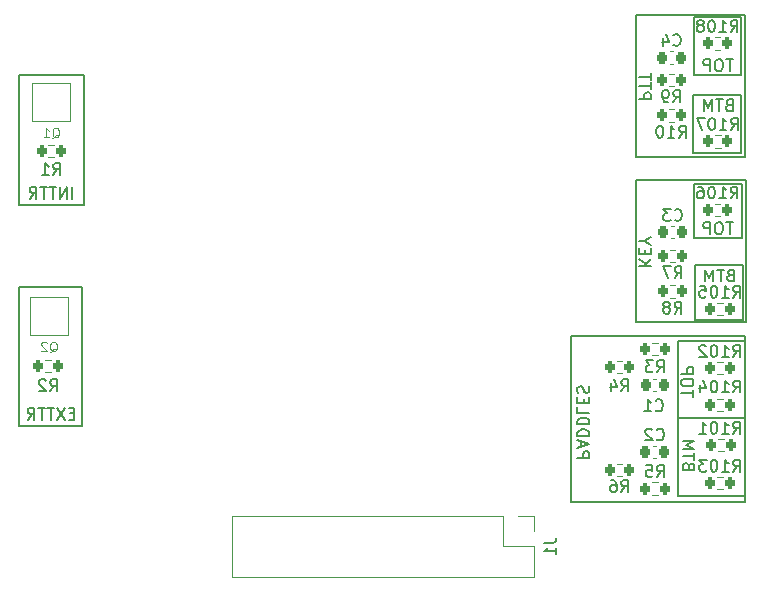
<source format=gbo>
%TF.GenerationSoftware,KiCad,Pcbnew,(6.0.1)*%
%TF.CreationDate,2022-01-27T00:37:02-06:00*%
%TF.ProjectId,Radioberry-I-O,52616469-6f62-4657-9272-792d492d4f2e,1.0*%
%TF.SameCoordinates,Original*%
%TF.FileFunction,Legend,Bot*%
%TF.FilePolarity,Positive*%
%FSLAX46Y46*%
G04 Gerber Fmt 4.6, Leading zero omitted, Abs format (unit mm)*
G04 Created by KiCad (PCBNEW (6.0.1)) date 2022-01-27 00:37:02*
%MOMM*%
%LPD*%
G01*
G04 APERTURE LIST*
G04 Aperture macros list*
%AMRoundRect*
0 Rectangle with rounded corners*
0 $1 Rounding radius*
0 $2 $3 $4 $5 $6 $7 $8 $9 X,Y pos of 4 corners*
0 Add a 4 corners polygon primitive as box body*
4,1,4,$2,$3,$4,$5,$6,$7,$8,$9,$2,$3,0*
0 Add four circle primitives for the rounded corners*
1,1,$1+$1,$2,$3*
1,1,$1+$1,$4,$5*
1,1,$1+$1,$6,$7*
1,1,$1+$1,$8,$9*
0 Add four rect primitives between the rounded corners*
20,1,$1+$1,$2,$3,$4,$5,0*
20,1,$1+$1,$4,$5,$6,$7,0*
20,1,$1+$1,$6,$7,$8,$9,0*
20,1,$1+$1,$8,$9,$2,$3,0*%
G04 Aperture macros list end*
%ADD10C,0.150000*%
%ADD11C,0.200000*%
%ADD12C,0.100000*%
%ADD13C,0.120000*%
%ADD14C,0.800000*%
%ADD15C,6.000000*%
%ADD16C,1.200000*%
%ADD17C,2.100000*%
%ADD18C,2.050000*%
%ADD19C,3.500000*%
%ADD20C,4.000000*%
%ADD21C,3.200000*%
%ADD22C,28.500000*%
%ADD23R,1.700000X1.700000*%
%ADD24O,1.700000X1.700000*%
%ADD25RoundRect,0.200000X0.200000X0.275000X-0.200000X0.275000X-0.200000X-0.275000X0.200000X-0.275000X0*%
%ADD26RoundRect,0.200000X-0.200000X-0.275000X0.200000X-0.275000X0.200000X0.275000X-0.200000X0.275000X0*%
%ADD27RoundRect,0.225000X0.225000X0.250000X-0.225000X0.250000X-0.225000X-0.250000X0.225000X-0.250000X0*%
%ADD28R,0.800000X0.900000*%
G04 APERTURE END LIST*
D10*
X122300000Y-58200000D02*
X118300000Y-58200000D01*
X118300000Y-58200000D02*
X118300000Y-63100000D01*
X118300000Y-63100000D02*
X122300000Y-63100000D01*
X122300000Y-63100000D02*
X122300000Y-58200000D01*
X122600000Y-58000000D02*
X113400000Y-58000000D01*
X113400000Y-58000000D02*
X113400000Y-70000000D01*
X113400000Y-70000000D02*
X122600000Y-70000000D01*
X122600000Y-70000000D02*
X122600000Y-58000000D01*
X122700000Y-72000000D02*
X113400000Y-72000000D01*
X113400000Y-72000000D02*
X113400000Y-84000000D01*
X113400000Y-84000000D02*
X122700000Y-84000000D01*
X122700000Y-84000000D02*
X122700000Y-72000000D01*
D11*
X122600000Y-99200000D02*
X107900000Y-99200000D01*
X107900000Y-99200000D02*
X107900000Y-85200000D01*
X107900000Y-85200000D02*
X122600000Y-85200000D01*
X122600000Y-85200000D02*
X122600000Y-99200000D01*
X61200000Y-81000000D02*
X66500000Y-81000000D01*
X66500000Y-81000000D02*
X66500000Y-92800000D01*
X66500000Y-92800000D02*
X61200000Y-92800000D01*
X61200000Y-92800000D02*
X61200000Y-81000000D01*
X61200000Y-63100000D02*
X66700000Y-63100000D01*
X66700000Y-63100000D02*
X66700000Y-74100000D01*
X66700000Y-74100000D02*
X61200000Y-74100000D01*
X61200000Y-74100000D02*
X61200000Y-63100000D01*
X122600000Y-85600000D02*
X117000000Y-85600000D01*
X117000000Y-85600000D02*
X117000000Y-92100000D01*
X117000000Y-92100000D02*
X122600000Y-92100000D01*
X122600000Y-92100000D02*
X122600000Y-85600000D01*
X122600000Y-92100000D02*
X117000000Y-92100000D01*
X117000000Y-92100000D02*
X117000000Y-98700000D01*
X117000000Y-98700000D02*
X122600000Y-98700000D01*
X122600000Y-98700000D02*
X122600000Y-92100000D01*
D10*
X118400000Y-83800000D02*
X122500000Y-83800000D01*
X122500000Y-83800000D02*
X122500000Y-79200000D01*
X122500000Y-79200000D02*
X118400000Y-79200000D01*
X118400000Y-79200000D02*
X118400000Y-83800000D01*
X122300000Y-69700000D02*
X118200000Y-69700000D01*
X118200000Y-69700000D02*
X118200000Y-64800000D01*
X118200000Y-64800000D02*
X122300000Y-64800000D01*
X122300000Y-64800000D02*
X122300000Y-69700000D01*
X122400000Y-72300000D02*
X118300000Y-72300000D01*
X118300000Y-72300000D02*
X118300000Y-76900000D01*
X118300000Y-76900000D02*
X122400000Y-76900000D01*
X122400000Y-76900000D02*
X122400000Y-72300000D01*
X121380952Y-80028571D02*
X121238095Y-80076190D01*
X121190476Y-80123809D01*
X121142857Y-80219047D01*
X121142857Y-80361904D01*
X121190476Y-80457142D01*
X121238095Y-80504761D01*
X121333333Y-80552380D01*
X121714285Y-80552380D01*
X121714285Y-79552380D01*
X121380952Y-79552380D01*
X121285714Y-79600000D01*
X121238095Y-79647619D01*
X121190476Y-79742857D01*
X121190476Y-79838095D01*
X121238095Y-79933333D01*
X121285714Y-79980952D01*
X121380952Y-80028571D01*
X121714285Y-80028571D01*
X120857142Y-79552380D02*
X120285714Y-79552380D01*
X120571428Y-80552380D02*
X120571428Y-79552380D01*
X119952380Y-80552380D02*
X119952380Y-79552380D01*
X119619047Y-80266666D01*
X119285714Y-79552380D01*
X119285714Y-80552380D01*
X117871428Y-96180952D02*
X117823809Y-96038095D01*
X117776190Y-95990476D01*
X117680952Y-95942857D01*
X117538095Y-95942857D01*
X117442857Y-95990476D01*
X117395238Y-96038095D01*
X117347619Y-96133333D01*
X117347619Y-96514285D01*
X118347619Y-96514285D01*
X118347619Y-96180952D01*
X118300000Y-96085714D01*
X118252380Y-96038095D01*
X118157142Y-95990476D01*
X118061904Y-95990476D01*
X117966666Y-96038095D01*
X117919047Y-96085714D01*
X117871428Y-96180952D01*
X117871428Y-96514285D01*
X118347619Y-95657142D02*
X118347619Y-95085714D01*
X117347619Y-95371428D02*
X118347619Y-95371428D01*
X117347619Y-94752380D02*
X118347619Y-94752380D01*
X117633333Y-94419047D01*
X118347619Y-94085714D01*
X117347619Y-94085714D01*
X118247619Y-90309523D02*
X118247619Y-89738095D01*
X117247619Y-90023809D02*
X118247619Y-90023809D01*
X118247619Y-89214285D02*
X118247619Y-89023809D01*
X118200000Y-88928571D01*
X118104761Y-88833333D01*
X117914285Y-88785714D01*
X117580952Y-88785714D01*
X117390476Y-88833333D01*
X117295238Y-88928571D01*
X117247619Y-89023809D01*
X117247619Y-89214285D01*
X117295238Y-89309523D01*
X117390476Y-89404761D01*
X117580952Y-89452380D01*
X117914285Y-89452380D01*
X118104761Y-89404761D01*
X118200000Y-89309523D01*
X118247619Y-89214285D01*
X117247619Y-88357142D02*
X118247619Y-88357142D01*
X118247619Y-87976190D01*
X118200000Y-87880952D01*
X118152380Y-87833333D01*
X118057142Y-87785714D01*
X117914285Y-87785714D01*
X117819047Y-87833333D01*
X117771428Y-87880952D01*
X117723809Y-87976190D01*
X117723809Y-88357142D01*
X121609523Y-61752380D02*
X121038095Y-61752380D01*
X121323809Y-62752380D02*
X121323809Y-61752380D01*
X120514285Y-61752380D02*
X120323809Y-61752380D01*
X120228571Y-61800000D01*
X120133333Y-61895238D01*
X120085714Y-62085714D01*
X120085714Y-62419047D01*
X120133333Y-62609523D01*
X120228571Y-62704761D01*
X120323809Y-62752380D01*
X120514285Y-62752380D01*
X120609523Y-62704761D01*
X120704761Y-62609523D01*
X120752380Y-62419047D01*
X120752380Y-62085714D01*
X120704761Y-61895238D01*
X120609523Y-61800000D01*
X120514285Y-61752380D01*
X119657142Y-62752380D02*
X119657142Y-61752380D01*
X119276190Y-61752380D01*
X119180952Y-61800000D01*
X119133333Y-61847619D01*
X119085714Y-61942857D01*
X119085714Y-62085714D01*
X119133333Y-62180952D01*
X119180952Y-62228571D01*
X119276190Y-62276190D01*
X119657142Y-62276190D01*
X113647619Y-65123809D02*
X114647619Y-65123809D01*
X114647619Y-64742857D01*
X114600000Y-64647619D01*
X114552380Y-64600000D01*
X114457142Y-64552380D01*
X114314285Y-64552380D01*
X114219047Y-64600000D01*
X114171428Y-64647619D01*
X114123809Y-64742857D01*
X114123809Y-65123809D01*
X114647619Y-64266666D02*
X114647619Y-63695238D01*
X113647619Y-63980952D02*
X114647619Y-63980952D01*
X114647619Y-63504761D02*
X114647619Y-62933333D01*
X113647619Y-63219047D02*
X114647619Y-63219047D01*
X65685714Y-73552380D02*
X65685714Y-72552380D01*
X65209523Y-73552380D02*
X65209523Y-72552380D01*
X64638095Y-73552380D01*
X64638095Y-72552380D01*
X64304761Y-72552380D02*
X63733333Y-72552380D01*
X64019047Y-73552380D02*
X64019047Y-72552380D01*
X63542857Y-72552380D02*
X62971428Y-72552380D01*
X63257142Y-73552380D02*
X63257142Y-72552380D01*
X62066666Y-73552380D02*
X62400000Y-73076190D01*
X62638095Y-73552380D02*
X62638095Y-72552380D01*
X62257142Y-72552380D01*
X62161904Y-72600000D01*
X62114285Y-72647619D01*
X62066666Y-72742857D01*
X62066666Y-72885714D01*
X62114285Y-72980952D01*
X62161904Y-73028571D01*
X62257142Y-73076190D01*
X62638095Y-73076190D01*
X121609523Y-75552380D02*
X121038095Y-75552380D01*
X121323809Y-76552380D02*
X121323809Y-75552380D01*
X120514285Y-75552380D02*
X120323809Y-75552380D01*
X120228571Y-75600000D01*
X120133333Y-75695238D01*
X120085714Y-75885714D01*
X120085714Y-76219047D01*
X120133333Y-76409523D01*
X120228571Y-76504761D01*
X120323809Y-76552380D01*
X120514285Y-76552380D01*
X120609523Y-76504761D01*
X120704761Y-76409523D01*
X120752380Y-76219047D01*
X120752380Y-75885714D01*
X120704761Y-75695238D01*
X120609523Y-75600000D01*
X120514285Y-75552380D01*
X119657142Y-76552380D02*
X119657142Y-75552380D01*
X119276190Y-75552380D01*
X119180952Y-75600000D01*
X119133333Y-75647619D01*
X119085714Y-75742857D01*
X119085714Y-75885714D01*
X119133333Y-75980952D01*
X119180952Y-76028571D01*
X119276190Y-76076190D01*
X119657142Y-76076190D01*
X121280952Y-65628571D02*
X121138095Y-65676190D01*
X121090476Y-65723809D01*
X121042857Y-65819047D01*
X121042857Y-65961904D01*
X121090476Y-66057142D01*
X121138095Y-66104761D01*
X121233333Y-66152380D01*
X121614285Y-66152380D01*
X121614285Y-65152380D01*
X121280952Y-65152380D01*
X121185714Y-65200000D01*
X121138095Y-65247619D01*
X121090476Y-65342857D01*
X121090476Y-65438095D01*
X121138095Y-65533333D01*
X121185714Y-65580952D01*
X121280952Y-65628571D01*
X121614285Y-65628571D01*
X120757142Y-65152380D02*
X120185714Y-65152380D01*
X120471428Y-66152380D02*
X120471428Y-65152380D01*
X119852380Y-66152380D02*
X119852380Y-65152380D01*
X119519047Y-65866666D01*
X119185714Y-65152380D01*
X119185714Y-66152380D01*
X108447619Y-95523809D02*
X109447619Y-95523809D01*
X109447619Y-95142857D01*
X109400000Y-95047619D01*
X109352380Y-95000000D01*
X109257142Y-94952380D01*
X109114285Y-94952380D01*
X109019047Y-95000000D01*
X108971428Y-95047619D01*
X108923809Y-95142857D01*
X108923809Y-95523809D01*
X108733333Y-94571428D02*
X108733333Y-94095238D01*
X108447619Y-94666666D02*
X109447619Y-94333333D01*
X108447619Y-94000000D01*
X108447619Y-93666666D02*
X109447619Y-93666666D01*
X109447619Y-93428571D01*
X109400000Y-93285714D01*
X109304761Y-93190476D01*
X109209523Y-93142857D01*
X109019047Y-93095238D01*
X108876190Y-93095238D01*
X108685714Y-93142857D01*
X108590476Y-93190476D01*
X108495238Y-93285714D01*
X108447619Y-93428571D01*
X108447619Y-93666666D01*
X108447619Y-92666666D02*
X109447619Y-92666666D01*
X109447619Y-92428571D01*
X109400000Y-92285714D01*
X109304761Y-92190476D01*
X109209523Y-92142857D01*
X109019047Y-92095238D01*
X108876190Y-92095238D01*
X108685714Y-92142857D01*
X108590476Y-92190476D01*
X108495238Y-92285714D01*
X108447619Y-92428571D01*
X108447619Y-92666666D01*
X108447619Y-91190476D02*
X108447619Y-91666666D01*
X109447619Y-91666666D01*
X108971428Y-90857142D02*
X108971428Y-90523809D01*
X108447619Y-90380952D02*
X108447619Y-90857142D01*
X109447619Y-90857142D01*
X109447619Y-90380952D01*
X108495238Y-90000000D02*
X108447619Y-89857142D01*
X108447619Y-89619047D01*
X108495238Y-89523809D01*
X108542857Y-89476190D01*
X108638095Y-89428571D01*
X108733333Y-89428571D01*
X108828571Y-89476190D01*
X108876190Y-89523809D01*
X108923809Y-89619047D01*
X108971428Y-89809523D01*
X109019047Y-89904761D01*
X109066666Y-89952380D01*
X109161904Y-90000000D01*
X109257142Y-90000000D01*
X109352380Y-89952380D01*
X109400000Y-89904761D01*
X109447619Y-89809523D01*
X109447619Y-89571428D01*
X109400000Y-89428571D01*
X113647619Y-79242857D02*
X114647619Y-79242857D01*
X113647619Y-78671428D02*
X114219047Y-79100000D01*
X114647619Y-78671428D02*
X114076190Y-79242857D01*
X114171428Y-78242857D02*
X114171428Y-77909523D01*
X113647619Y-77766666D02*
X113647619Y-78242857D01*
X114647619Y-78242857D01*
X114647619Y-77766666D01*
X114123809Y-77147619D02*
X113647619Y-77147619D01*
X114647619Y-77480952D02*
X114123809Y-77147619D01*
X114647619Y-76814285D01*
X65852380Y-91728571D02*
X65519047Y-91728571D01*
X65376190Y-92252380D02*
X65852380Y-92252380D01*
X65852380Y-91252380D01*
X65376190Y-91252380D01*
X65042857Y-91252380D02*
X64376190Y-92252380D01*
X64376190Y-91252380D02*
X65042857Y-92252380D01*
X64138095Y-91252380D02*
X63566666Y-91252380D01*
X63852380Y-92252380D02*
X63852380Y-91252380D01*
X63376190Y-91252380D02*
X62804761Y-91252380D01*
X63090476Y-92252380D02*
X63090476Y-91252380D01*
X61899999Y-92252380D02*
X62233333Y-91776190D01*
X62471428Y-92252380D02*
X62471428Y-91252380D01*
X62090476Y-91252380D01*
X61995238Y-91300000D01*
X61947619Y-91347619D01*
X61899999Y-91442857D01*
X61899999Y-91585714D01*
X61947619Y-91680952D01*
X61995238Y-91728571D01*
X62090476Y-91776190D01*
X62471428Y-91776190D01*
%TO.C,R105*%
X121619047Y-81922380D02*
X121952380Y-81446190D01*
X122190476Y-81922380D02*
X122190476Y-80922380D01*
X121809523Y-80922380D01*
X121714285Y-80970000D01*
X121666666Y-81017619D01*
X121619047Y-81112857D01*
X121619047Y-81255714D01*
X121666666Y-81350952D01*
X121714285Y-81398571D01*
X121809523Y-81446190D01*
X122190476Y-81446190D01*
X120666666Y-81922380D02*
X121238095Y-81922380D01*
X120952380Y-81922380D02*
X120952380Y-80922380D01*
X121047619Y-81065238D01*
X121142857Y-81160476D01*
X121238095Y-81208095D01*
X120047619Y-80922380D02*
X119952380Y-80922380D01*
X119857142Y-80970000D01*
X119809523Y-81017619D01*
X119761904Y-81112857D01*
X119714285Y-81303333D01*
X119714285Y-81541428D01*
X119761904Y-81731904D01*
X119809523Y-81827142D01*
X119857142Y-81874761D01*
X119952380Y-81922380D01*
X120047619Y-81922380D01*
X120142857Y-81874761D01*
X120190476Y-81827142D01*
X120238095Y-81731904D01*
X120285714Y-81541428D01*
X120285714Y-81303333D01*
X120238095Y-81112857D01*
X120190476Y-81017619D01*
X120142857Y-80970000D01*
X120047619Y-80922380D01*
X118809523Y-80922380D02*
X119285714Y-80922380D01*
X119333333Y-81398571D01*
X119285714Y-81350952D01*
X119190476Y-81303333D01*
X118952380Y-81303333D01*
X118857142Y-81350952D01*
X118809523Y-81398571D01*
X118761904Y-81493809D01*
X118761904Y-81731904D01*
X118809523Y-81827142D01*
X118857142Y-81874761D01*
X118952380Y-81922380D01*
X119190476Y-81922380D01*
X119285714Y-81874761D01*
X119333333Y-81827142D01*
%TO.C,R1*%
X64066666Y-71552380D02*
X64400000Y-71076190D01*
X64638095Y-71552380D02*
X64638095Y-70552380D01*
X64257142Y-70552380D01*
X64161904Y-70600000D01*
X64114285Y-70647619D01*
X64066666Y-70742857D01*
X64066666Y-70885714D01*
X64114285Y-70980952D01*
X64161904Y-71028571D01*
X64257142Y-71076190D01*
X64638095Y-71076190D01*
X63114285Y-71552380D02*
X63685714Y-71552380D01*
X63400000Y-71552380D02*
X63400000Y-70552380D01*
X63495238Y-70695238D01*
X63590476Y-70790476D01*
X63685714Y-70838095D01*
%TO.C,R5*%
X115166666Y-97122380D02*
X115500000Y-96646190D01*
X115738095Y-97122380D02*
X115738095Y-96122380D01*
X115357142Y-96122380D01*
X115261904Y-96170000D01*
X115214285Y-96217619D01*
X115166666Y-96312857D01*
X115166666Y-96455714D01*
X115214285Y-96550952D01*
X115261904Y-96598571D01*
X115357142Y-96646190D01*
X115738095Y-96646190D01*
X114261904Y-96122380D02*
X114738095Y-96122380D01*
X114785714Y-96598571D01*
X114738095Y-96550952D01*
X114642857Y-96503333D01*
X114404761Y-96503333D01*
X114309523Y-96550952D01*
X114261904Y-96598571D01*
X114214285Y-96693809D01*
X114214285Y-96931904D01*
X114261904Y-97027142D01*
X114309523Y-97074761D01*
X114404761Y-97122380D01*
X114642857Y-97122380D01*
X114738095Y-97074761D01*
X114785714Y-97027142D01*
%TO.C,R6*%
X112166666Y-98382380D02*
X112500000Y-97906190D01*
X112738095Y-98382380D02*
X112738095Y-97382380D01*
X112357142Y-97382380D01*
X112261904Y-97430000D01*
X112214285Y-97477619D01*
X112166666Y-97572857D01*
X112166666Y-97715714D01*
X112214285Y-97810952D01*
X112261904Y-97858571D01*
X112357142Y-97906190D01*
X112738095Y-97906190D01*
X111309523Y-97382380D02*
X111500000Y-97382380D01*
X111595238Y-97430000D01*
X111642857Y-97477619D01*
X111738095Y-97620476D01*
X111785714Y-97810952D01*
X111785714Y-98191904D01*
X111738095Y-98287142D01*
X111690476Y-98334761D01*
X111595238Y-98382380D01*
X111404761Y-98382380D01*
X111309523Y-98334761D01*
X111261904Y-98287142D01*
X111214285Y-98191904D01*
X111214285Y-97953809D01*
X111261904Y-97858571D01*
X111309523Y-97810952D01*
X111404761Y-97763333D01*
X111595238Y-97763333D01*
X111690476Y-97810952D01*
X111738095Y-97858571D01*
X111785714Y-97953809D01*
%TO.C,R4*%
X112166666Y-89852380D02*
X112500000Y-89376190D01*
X112738095Y-89852380D02*
X112738095Y-88852380D01*
X112357142Y-88852380D01*
X112261904Y-88900000D01*
X112214285Y-88947619D01*
X112166666Y-89042857D01*
X112166666Y-89185714D01*
X112214285Y-89280952D01*
X112261904Y-89328571D01*
X112357142Y-89376190D01*
X112738095Y-89376190D01*
X111309523Y-89185714D02*
X111309523Y-89852380D01*
X111547619Y-88804761D02*
X111785714Y-89519047D01*
X111166666Y-89519047D01*
%TO.C,C2*%
X115141666Y-93927142D02*
X115189285Y-93974761D01*
X115332142Y-94022380D01*
X115427380Y-94022380D01*
X115570238Y-93974761D01*
X115665476Y-93879523D01*
X115713095Y-93784285D01*
X115760714Y-93593809D01*
X115760714Y-93450952D01*
X115713095Y-93260476D01*
X115665476Y-93165238D01*
X115570238Y-93070000D01*
X115427380Y-93022380D01*
X115332142Y-93022380D01*
X115189285Y-93070000D01*
X115141666Y-93117619D01*
X114760714Y-93117619D02*
X114713095Y-93070000D01*
X114617857Y-93022380D01*
X114379761Y-93022380D01*
X114284523Y-93070000D01*
X114236904Y-93117619D01*
X114189285Y-93212857D01*
X114189285Y-93308095D01*
X114236904Y-93450952D01*
X114808333Y-94022380D01*
X114189285Y-94022380D01*
%TO.C,R106*%
X121419047Y-73522380D02*
X121752380Y-73046190D01*
X121990476Y-73522380D02*
X121990476Y-72522380D01*
X121609523Y-72522380D01*
X121514285Y-72570000D01*
X121466666Y-72617619D01*
X121419047Y-72712857D01*
X121419047Y-72855714D01*
X121466666Y-72950952D01*
X121514285Y-72998571D01*
X121609523Y-73046190D01*
X121990476Y-73046190D01*
X120466666Y-73522380D02*
X121038095Y-73522380D01*
X120752380Y-73522380D02*
X120752380Y-72522380D01*
X120847619Y-72665238D01*
X120942857Y-72760476D01*
X121038095Y-72808095D01*
X119847619Y-72522380D02*
X119752380Y-72522380D01*
X119657142Y-72570000D01*
X119609523Y-72617619D01*
X119561904Y-72712857D01*
X119514285Y-72903333D01*
X119514285Y-73141428D01*
X119561904Y-73331904D01*
X119609523Y-73427142D01*
X119657142Y-73474761D01*
X119752380Y-73522380D01*
X119847619Y-73522380D01*
X119942857Y-73474761D01*
X119990476Y-73427142D01*
X120038095Y-73331904D01*
X120085714Y-73141428D01*
X120085714Y-72903333D01*
X120038095Y-72712857D01*
X119990476Y-72617619D01*
X119942857Y-72570000D01*
X119847619Y-72522380D01*
X118657142Y-72522380D02*
X118847619Y-72522380D01*
X118942857Y-72570000D01*
X118990476Y-72617619D01*
X119085714Y-72760476D01*
X119133333Y-72950952D01*
X119133333Y-73331904D01*
X119085714Y-73427142D01*
X119038095Y-73474761D01*
X118942857Y-73522380D01*
X118752380Y-73522380D01*
X118657142Y-73474761D01*
X118609523Y-73427142D01*
X118561904Y-73331904D01*
X118561904Y-73093809D01*
X118609523Y-72998571D01*
X118657142Y-72950952D01*
X118752380Y-72903333D01*
X118942857Y-72903333D01*
X119038095Y-72950952D01*
X119085714Y-72998571D01*
X119133333Y-73093809D01*
%TO.C,R3*%
X115166666Y-88252380D02*
X115500000Y-87776190D01*
X115738095Y-88252380D02*
X115738095Y-87252380D01*
X115357142Y-87252380D01*
X115261904Y-87300000D01*
X115214285Y-87347619D01*
X115166666Y-87442857D01*
X115166666Y-87585714D01*
X115214285Y-87680952D01*
X115261904Y-87728571D01*
X115357142Y-87776190D01*
X115738095Y-87776190D01*
X114833333Y-87252380D02*
X114214285Y-87252380D01*
X114547619Y-87633333D01*
X114404761Y-87633333D01*
X114309523Y-87680952D01*
X114261904Y-87728571D01*
X114214285Y-87823809D01*
X114214285Y-88061904D01*
X114261904Y-88157142D01*
X114309523Y-88204761D01*
X114404761Y-88252380D01*
X114690476Y-88252380D01*
X114785714Y-88204761D01*
X114833333Y-88157142D01*
%TO.C,R101*%
X121619047Y-93452380D02*
X121952380Y-92976190D01*
X122190476Y-93452380D02*
X122190476Y-92452380D01*
X121809523Y-92452380D01*
X121714285Y-92500000D01*
X121666666Y-92547619D01*
X121619047Y-92642857D01*
X121619047Y-92785714D01*
X121666666Y-92880952D01*
X121714285Y-92928571D01*
X121809523Y-92976190D01*
X122190476Y-92976190D01*
X120666666Y-93452380D02*
X121238095Y-93452380D01*
X120952380Y-93452380D02*
X120952380Y-92452380D01*
X121047619Y-92595238D01*
X121142857Y-92690476D01*
X121238095Y-92738095D01*
X120047619Y-92452380D02*
X119952380Y-92452380D01*
X119857142Y-92500000D01*
X119809523Y-92547619D01*
X119761904Y-92642857D01*
X119714285Y-92833333D01*
X119714285Y-93071428D01*
X119761904Y-93261904D01*
X119809523Y-93357142D01*
X119857142Y-93404761D01*
X119952380Y-93452380D01*
X120047619Y-93452380D01*
X120142857Y-93404761D01*
X120190476Y-93357142D01*
X120238095Y-93261904D01*
X120285714Y-93071428D01*
X120285714Y-92833333D01*
X120238095Y-92642857D01*
X120190476Y-92547619D01*
X120142857Y-92500000D01*
X120047619Y-92452380D01*
X118761904Y-93452380D02*
X119333333Y-93452380D01*
X119047619Y-93452380D02*
X119047619Y-92452380D01*
X119142857Y-92595238D01*
X119238095Y-92690476D01*
X119333333Y-92738095D01*
D12*
%TO.C,Q1*%
X63976190Y-68438095D02*
X64052380Y-68400000D01*
X64128571Y-68323809D01*
X64242857Y-68209523D01*
X64319047Y-68171428D01*
X64395238Y-68171428D01*
X64357142Y-68361904D02*
X64433333Y-68323809D01*
X64509523Y-68247619D01*
X64547619Y-68095238D01*
X64547619Y-67828571D01*
X64509523Y-67676190D01*
X64433333Y-67600000D01*
X64357142Y-67561904D01*
X64204761Y-67561904D01*
X64128571Y-67600000D01*
X64052380Y-67676190D01*
X64014285Y-67828571D01*
X64014285Y-68095238D01*
X64052380Y-68247619D01*
X64128571Y-68323809D01*
X64204761Y-68361904D01*
X64357142Y-68361904D01*
X63252380Y-68361904D02*
X63709523Y-68361904D01*
X63480952Y-68361904D02*
X63480952Y-67561904D01*
X63557142Y-67676190D01*
X63633333Y-67752380D01*
X63709523Y-67790476D01*
D10*
%TO.C,R107*%
X121444047Y-67722380D02*
X121777380Y-67246190D01*
X122015476Y-67722380D02*
X122015476Y-66722380D01*
X121634523Y-66722380D01*
X121539285Y-66770000D01*
X121491666Y-66817619D01*
X121444047Y-66912857D01*
X121444047Y-67055714D01*
X121491666Y-67150952D01*
X121539285Y-67198571D01*
X121634523Y-67246190D01*
X122015476Y-67246190D01*
X120491666Y-67722380D02*
X121063095Y-67722380D01*
X120777380Y-67722380D02*
X120777380Y-66722380D01*
X120872619Y-66865238D01*
X120967857Y-66960476D01*
X121063095Y-67008095D01*
X119872619Y-66722380D02*
X119777380Y-66722380D01*
X119682142Y-66770000D01*
X119634523Y-66817619D01*
X119586904Y-66912857D01*
X119539285Y-67103333D01*
X119539285Y-67341428D01*
X119586904Y-67531904D01*
X119634523Y-67627142D01*
X119682142Y-67674761D01*
X119777380Y-67722380D01*
X119872619Y-67722380D01*
X119967857Y-67674761D01*
X120015476Y-67627142D01*
X120063095Y-67531904D01*
X120110714Y-67341428D01*
X120110714Y-67103333D01*
X120063095Y-66912857D01*
X120015476Y-66817619D01*
X119967857Y-66770000D01*
X119872619Y-66722380D01*
X119205952Y-66722380D02*
X118539285Y-66722380D01*
X118967857Y-67722380D01*
%TO.C,C3*%
X116666666Y-75327142D02*
X116714285Y-75374761D01*
X116857142Y-75422380D01*
X116952380Y-75422380D01*
X117095238Y-75374761D01*
X117190476Y-75279523D01*
X117238095Y-75184285D01*
X117285714Y-74993809D01*
X117285714Y-74850952D01*
X117238095Y-74660476D01*
X117190476Y-74565238D01*
X117095238Y-74470000D01*
X116952380Y-74422380D01*
X116857142Y-74422380D01*
X116714285Y-74470000D01*
X116666666Y-74517619D01*
X116333333Y-74422380D02*
X115714285Y-74422380D01*
X116047619Y-74803333D01*
X115904761Y-74803333D01*
X115809523Y-74850952D01*
X115761904Y-74898571D01*
X115714285Y-74993809D01*
X115714285Y-75231904D01*
X115761904Y-75327142D01*
X115809523Y-75374761D01*
X115904761Y-75422380D01*
X116190476Y-75422380D01*
X116285714Y-75374761D01*
X116333333Y-75327142D01*
%TO.C,R9*%
X116566666Y-65382380D02*
X116900000Y-64906190D01*
X117138095Y-65382380D02*
X117138095Y-64382380D01*
X116757142Y-64382380D01*
X116661904Y-64430000D01*
X116614285Y-64477619D01*
X116566666Y-64572857D01*
X116566666Y-64715714D01*
X116614285Y-64810952D01*
X116661904Y-64858571D01*
X116757142Y-64906190D01*
X117138095Y-64906190D01*
X116090476Y-65382380D02*
X115900000Y-65382380D01*
X115804761Y-65334761D01*
X115757142Y-65287142D01*
X115661904Y-65144285D01*
X115614285Y-64953809D01*
X115614285Y-64572857D01*
X115661904Y-64477619D01*
X115709523Y-64430000D01*
X115804761Y-64382380D01*
X115995238Y-64382380D01*
X116090476Y-64430000D01*
X116138095Y-64477619D01*
X116185714Y-64572857D01*
X116185714Y-64810952D01*
X116138095Y-64906190D01*
X116090476Y-64953809D01*
X115995238Y-65001428D01*
X115804761Y-65001428D01*
X115709523Y-64953809D01*
X115661904Y-64906190D01*
X115614285Y-64810952D01*
%TO.C,R103*%
X121619047Y-96652380D02*
X121952380Y-96176190D01*
X122190476Y-96652380D02*
X122190476Y-95652380D01*
X121809523Y-95652380D01*
X121714285Y-95700000D01*
X121666666Y-95747619D01*
X121619047Y-95842857D01*
X121619047Y-95985714D01*
X121666666Y-96080952D01*
X121714285Y-96128571D01*
X121809523Y-96176190D01*
X122190476Y-96176190D01*
X120666666Y-96652380D02*
X121238095Y-96652380D01*
X120952380Y-96652380D02*
X120952380Y-95652380D01*
X121047619Y-95795238D01*
X121142857Y-95890476D01*
X121238095Y-95938095D01*
X120047619Y-95652380D02*
X119952380Y-95652380D01*
X119857142Y-95700000D01*
X119809523Y-95747619D01*
X119761904Y-95842857D01*
X119714285Y-96033333D01*
X119714285Y-96271428D01*
X119761904Y-96461904D01*
X119809523Y-96557142D01*
X119857142Y-96604761D01*
X119952380Y-96652380D01*
X120047619Y-96652380D01*
X120142857Y-96604761D01*
X120190476Y-96557142D01*
X120238095Y-96461904D01*
X120285714Y-96271428D01*
X120285714Y-96033333D01*
X120238095Y-95842857D01*
X120190476Y-95747619D01*
X120142857Y-95700000D01*
X120047619Y-95652380D01*
X119380952Y-95652380D02*
X118761904Y-95652380D01*
X119095238Y-96033333D01*
X118952380Y-96033333D01*
X118857142Y-96080952D01*
X118809523Y-96128571D01*
X118761904Y-96223809D01*
X118761904Y-96461904D01*
X118809523Y-96557142D01*
X118857142Y-96604761D01*
X118952380Y-96652380D01*
X119238095Y-96652380D01*
X119333333Y-96604761D01*
X119380952Y-96557142D01*
%TO.C,R7*%
X116666666Y-80282380D02*
X117000000Y-79806190D01*
X117238095Y-80282380D02*
X117238095Y-79282380D01*
X116857142Y-79282380D01*
X116761904Y-79330000D01*
X116714285Y-79377619D01*
X116666666Y-79472857D01*
X116666666Y-79615714D01*
X116714285Y-79710952D01*
X116761904Y-79758571D01*
X116857142Y-79806190D01*
X117238095Y-79806190D01*
X116333333Y-79282380D02*
X115666666Y-79282380D01*
X116095238Y-80282380D01*
%TO.C,R10*%
X117042857Y-68382380D02*
X117376190Y-67906190D01*
X117614285Y-68382380D02*
X117614285Y-67382380D01*
X117233333Y-67382380D01*
X117138095Y-67430000D01*
X117090476Y-67477619D01*
X117042857Y-67572857D01*
X117042857Y-67715714D01*
X117090476Y-67810952D01*
X117138095Y-67858571D01*
X117233333Y-67906190D01*
X117614285Y-67906190D01*
X116090476Y-68382380D02*
X116661904Y-68382380D01*
X116376190Y-68382380D02*
X116376190Y-67382380D01*
X116471428Y-67525238D01*
X116566666Y-67620476D01*
X116661904Y-67668095D01*
X115471428Y-67382380D02*
X115376190Y-67382380D01*
X115280952Y-67430000D01*
X115233333Y-67477619D01*
X115185714Y-67572857D01*
X115138095Y-67763333D01*
X115138095Y-68001428D01*
X115185714Y-68191904D01*
X115233333Y-68287142D01*
X115280952Y-68334761D01*
X115376190Y-68382380D01*
X115471428Y-68382380D01*
X115566666Y-68334761D01*
X115614285Y-68287142D01*
X115661904Y-68191904D01*
X115709523Y-68001428D01*
X115709523Y-67763333D01*
X115661904Y-67572857D01*
X115614285Y-67477619D01*
X115566666Y-67430000D01*
X115471428Y-67382380D01*
D12*
%TO.C,Q2*%
X63776190Y-86538095D02*
X63852380Y-86500000D01*
X63928571Y-86423809D01*
X64042857Y-86309523D01*
X64119047Y-86271428D01*
X64195238Y-86271428D01*
X64157142Y-86461904D02*
X64233333Y-86423809D01*
X64309523Y-86347619D01*
X64347619Y-86195238D01*
X64347619Y-85928571D01*
X64309523Y-85776190D01*
X64233333Y-85700000D01*
X64157142Y-85661904D01*
X64004761Y-85661904D01*
X63928571Y-85700000D01*
X63852380Y-85776190D01*
X63814285Y-85928571D01*
X63814285Y-86195238D01*
X63852380Y-86347619D01*
X63928571Y-86423809D01*
X64004761Y-86461904D01*
X64157142Y-86461904D01*
X63509523Y-85738095D02*
X63471428Y-85700000D01*
X63395238Y-85661904D01*
X63204761Y-85661904D01*
X63128571Y-85700000D01*
X63090476Y-85738095D01*
X63052380Y-85814285D01*
X63052380Y-85890476D01*
X63090476Y-86004761D01*
X63547619Y-86461904D01*
X63052380Y-86461904D01*
D10*
%TO.C,C1*%
X115066666Y-91457142D02*
X115114285Y-91504761D01*
X115257142Y-91552380D01*
X115352380Y-91552380D01*
X115495238Y-91504761D01*
X115590476Y-91409523D01*
X115638095Y-91314285D01*
X115685714Y-91123809D01*
X115685714Y-90980952D01*
X115638095Y-90790476D01*
X115590476Y-90695238D01*
X115495238Y-90600000D01*
X115352380Y-90552380D01*
X115257142Y-90552380D01*
X115114285Y-90600000D01*
X115066666Y-90647619D01*
X114114285Y-91552380D02*
X114685714Y-91552380D01*
X114400000Y-91552380D02*
X114400000Y-90552380D01*
X114495238Y-90695238D01*
X114590476Y-90790476D01*
X114685714Y-90838095D01*
%TO.C,R104*%
X121619047Y-89952380D02*
X121952380Y-89476190D01*
X122190476Y-89952380D02*
X122190476Y-88952380D01*
X121809523Y-88952380D01*
X121714285Y-89000000D01*
X121666666Y-89047619D01*
X121619047Y-89142857D01*
X121619047Y-89285714D01*
X121666666Y-89380952D01*
X121714285Y-89428571D01*
X121809523Y-89476190D01*
X122190476Y-89476190D01*
X120666666Y-89952380D02*
X121238095Y-89952380D01*
X120952380Y-89952380D02*
X120952380Y-88952380D01*
X121047619Y-89095238D01*
X121142857Y-89190476D01*
X121238095Y-89238095D01*
X120047619Y-88952380D02*
X119952380Y-88952380D01*
X119857142Y-89000000D01*
X119809523Y-89047619D01*
X119761904Y-89142857D01*
X119714285Y-89333333D01*
X119714285Y-89571428D01*
X119761904Y-89761904D01*
X119809523Y-89857142D01*
X119857142Y-89904761D01*
X119952380Y-89952380D01*
X120047619Y-89952380D01*
X120142857Y-89904761D01*
X120190476Y-89857142D01*
X120238095Y-89761904D01*
X120285714Y-89571428D01*
X120285714Y-89333333D01*
X120238095Y-89142857D01*
X120190476Y-89047619D01*
X120142857Y-89000000D01*
X120047619Y-88952380D01*
X118857142Y-89285714D02*
X118857142Y-89952380D01*
X119095238Y-88904761D02*
X119333333Y-89619047D01*
X118714285Y-89619047D01*
%TO.C,R102*%
X121619047Y-86952380D02*
X121952380Y-86476190D01*
X122190476Y-86952380D02*
X122190476Y-85952380D01*
X121809523Y-85952380D01*
X121714285Y-86000000D01*
X121666666Y-86047619D01*
X121619047Y-86142857D01*
X121619047Y-86285714D01*
X121666666Y-86380952D01*
X121714285Y-86428571D01*
X121809523Y-86476190D01*
X122190476Y-86476190D01*
X120666666Y-86952380D02*
X121238095Y-86952380D01*
X120952380Y-86952380D02*
X120952380Y-85952380D01*
X121047619Y-86095238D01*
X121142857Y-86190476D01*
X121238095Y-86238095D01*
X120047619Y-85952380D02*
X119952380Y-85952380D01*
X119857142Y-86000000D01*
X119809523Y-86047619D01*
X119761904Y-86142857D01*
X119714285Y-86333333D01*
X119714285Y-86571428D01*
X119761904Y-86761904D01*
X119809523Y-86857142D01*
X119857142Y-86904761D01*
X119952380Y-86952380D01*
X120047619Y-86952380D01*
X120142857Y-86904761D01*
X120190476Y-86857142D01*
X120238095Y-86761904D01*
X120285714Y-86571428D01*
X120285714Y-86333333D01*
X120238095Y-86142857D01*
X120190476Y-86047619D01*
X120142857Y-86000000D01*
X120047619Y-85952380D01*
X119333333Y-86047619D02*
X119285714Y-86000000D01*
X119190476Y-85952380D01*
X118952380Y-85952380D01*
X118857142Y-86000000D01*
X118809523Y-86047619D01*
X118761904Y-86142857D01*
X118761904Y-86238095D01*
X118809523Y-86380952D01*
X119380952Y-86952380D01*
X118761904Y-86952380D01*
%TO.C,R2*%
X63791666Y-89852380D02*
X64125000Y-89376190D01*
X64363095Y-89852380D02*
X64363095Y-88852380D01*
X63982142Y-88852380D01*
X63886904Y-88900000D01*
X63839285Y-88947619D01*
X63791666Y-89042857D01*
X63791666Y-89185714D01*
X63839285Y-89280952D01*
X63886904Y-89328571D01*
X63982142Y-89376190D01*
X64363095Y-89376190D01*
X63410714Y-88947619D02*
X63363095Y-88900000D01*
X63267857Y-88852380D01*
X63029761Y-88852380D01*
X62934523Y-88900000D01*
X62886904Y-88947619D01*
X62839285Y-89042857D01*
X62839285Y-89138095D01*
X62886904Y-89280952D01*
X63458333Y-89852380D01*
X62839285Y-89852380D01*
%TO.C,C4*%
X116566666Y-60527142D02*
X116614285Y-60574761D01*
X116757142Y-60622380D01*
X116852380Y-60622380D01*
X116995238Y-60574761D01*
X117090476Y-60479523D01*
X117138095Y-60384285D01*
X117185714Y-60193809D01*
X117185714Y-60050952D01*
X117138095Y-59860476D01*
X117090476Y-59765238D01*
X116995238Y-59670000D01*
X116852380Y-59622380D01*
X116757142Y-59622380D01*
X116614285Y-59670000D01*
X116566666Y-59717619D01*
X115709523Y-59955714D02*
X115709523Y-60622380D01*
X115947619Y-59574761D02*
X116185714Y-60289047D01*
X115566666Y-60289047D01*
%TO.C,R108*%
X121419047Y-59422380D02*
X121752380Y-58946190D01*
X121990476Y-59422380D02*
X121990476Y-58422380D01*
X121609523Y-58422380D01*
X121514285Y-58470000D01*
X121466666Y-58517619D01*
X121419047Y-58612857D01*
X121419047Y-58755714D01*
X121466666Y-58850952D01*
X121514285Y-58898571D01*
X121609523Y-58946190D01*
X121990476Y-58946190D01*
X120466666Y-59422380D02*
X121038095Y-59422380D01*
X120752380Y-59422380D02*
X120752380Y-58422380D01*
X120847619Y-58565238D01*
X120942857Y-58660476D01*
X121038095Y-58708095D01*
X119847619Y-58422380D02*
X119752380Y-58422380D01*
X119657142Y-58470000D01*
X119609523Y-58517619D01*
X119561904Y-58612857D01*
X119514285Y-58803333D01*
X119514285Y-59041428D01*
X119561904Y-59231904D01*
X119609523Y-59327142D01*
X119657142Y-59374761D01*
X119752380Y-59422380D01*
X119847619Y-59422380D01*
X119942857Y-59374761D01*
X119990476Y-59327142D01*
X120038095Y-59231904D01*
X120085714Y-59041428D01*
X120085714Y-58803333D01*
X120038095Y-58612857D01*
X119990476Y-58517619D01*
X119942857Y-58470000D01*
X119847619Y-58422380D01*
X118942857Y-58850952D02*
X119038095Y-58803333D01*
X119085714Y-58755714D01*
X119133333Y-58660476D01*
X119133333Y-58612857D01*
X119085714Y-58517619D01*
X119038095Y-58470000D01*
X118942857Y-58422380D01*
X118752380Y-58422380D01*
X118657142Y-58470000D01*
X118609523Y-58517619D01*
X118561904Y-58612857D01*
X118561904Y-58660476D01*
X118609523Y-58755714D01*
X118657142Y-58803333D01*
X118752380Y-58850952D01*
X118942857Y-58850952D01*
X119038095Y-58898571D01*
X119085714Y-58946190D01*
X119133333Y-59041428D01*
X119133333Y-59231904D01*
X119085714Y-59327142D01*
X119038095Y-59374761D01*
X118942857Y-59422380D01*
X118752380Y-59422380D01*
X118657142Y-59374761D01*
X118609523Y-59327142D01*
X118561904Y-59231904D01*
X118561904Y-59041428D01*
X118609523Y-58946190D01*
X118657142Y-58898571D01*
X118752380Y-58850952D01*
%TO.C,J1*%
X105652380Y-102666666D02*
X106366666Y-102666666D01*
X106509523Y-102619047D01*
X106604761Y-102523809D01*
X106652380Y-102380952D01*
X106652380Y-102285714D01*
X106652380Y-103666666D02*
X106652380Y-103095238D01*
X106652380Y-103380952D02*
X105652380Y-103380952D01*
X105795238Y-103285714D01*
X105890476Y-103190476D01*
X105938095Y-103095238D01*
%TO.C,R8*%
X116666666Y-83282380D02*
X117000000Y-82806190D01*
X117238095Y-83282380D02*
X117238095Y-82282380D01*
X116857142Y-82282380D01*
X116761904Y-82330000D01*
X116714285Y-82377619D01*
X116666666Y-82472857D01*
X116666666Y-82615714D01*
X116714285Y-82710952D01*
X116761904Y-82758571D01*
X116857142Y-82806190D01*
X117238095Y-82806190D01*
X116095238Y-82710952D02*
X116190476Y-82663333D01*
X116238095Y-82615714D01*
X116285714Y-82520476D01*
X116285714Y-82472857D01*
X116238095Y-82377619D01*
X116190476Y-82330000D01*
X116095238Y-82282380D01*
X115904761Y-82282380D01*
X115809523Y-82330000D01*
X115761904Y-82377619D01*
X115714285Y-82472857D01*
X115714285Y-82520476D01*
X115761904Y-82615714D01*
X115809523Y-82663333D01*
X115904761Y-82710952D01*
X116095238Y-82710952D01*
X116190476Y-82758571D01*
X116238095Y-82806190D01*
X116285714Y-82901428D01*
X116285714Y-83091904D01*
X116238095Y-83187142D01*
X116190476Y-83234761D01*
X116095238Y-83282380D01*
X115904761Y-83282380D01*
X115809523Y-83234761D01*
X115761904Y-83187142D01*
X115714285Y-83091904D01*
X115714285Y-82901428D01*
X115761904Y-82806190D01*
X115809523Y-82758571D01*
X115904761Y-82710952D01*
D13*
%TO.C,R105*%
X120737258Y-83422500D02*
X120262742Y-83422500D01*
X120737258Y-82377500D02*
X120262742Y-82377500D01*
%TO.C,R1*%
X64137258Y-68977500D02*
X63662742Y-68977500D01*
X64137258Y-70022500D02*
X63662742Y-70022500D01*
%TO.C,R5*%
X115237258Y-97577500D02*
X114762742Y-97577500D01*
X115237258Y-98622500D02*
X114762742Y-98622500D01*
%TO.C,R6*%
X111762742Y-95977500D02*
X112237258Y-95977500D01*
X111762742Y-97022500D02*
X112237258Y-97022500D01*
%TO.C,R4*%
X112237258Y-88322500D02*
X111762742Y-88322500D01*
X112237258Y-87277500D02*
X111762742Y-87277500D01*
%TO.C,C2*%
X115115580Y-95510000D02*
X114834420Y-95510000D01*
X115115580Y-94490000D02*
X114834420Y-94490000D01*
%TO.C,R106*%
X120537258Y-73977500D02*
X120062742Y-73977500D01*
X120537258Y-75022500D02*
X120062742Y-75022500D01*
%TO.C,R3*%
X115237258Y-85777500D02*
X114762742Y-85777500D01*
X115237258Y-86822500D02*
X114762742Y-86822500D01*
%TO.C,R101*%
X120837258Y-94922500D02*
X120362742Y-94922500D01*
X120837258Y-93877500D02*
X120362742Y-93877500D01*
D12*
%TO.C,Q1*%
X65500000Y-67000000D02*
X62300000Y-67000000D01*
X62300000Y-67000000D02*
X62300000Y-63800000D01*
X62300000Y-63800000D02*
X65500000Y-63800000D01*
X65500000Y-63800000D02*
X65500000Y-67000000D01*
D13*
%TO.C,R107*%
X120562258Y-68177500D02*
X120087742Y-68177500D01*
X120562258Y-69222500D02*
X120087742Y-69222500D01*
%TO.C,C3*%
X116640580Y-75890000D02*
X116359420Y-75890000D01*
X116640580Y-76910000D02*
X116359420Y-76910000D01*
%TO.C,R9*%
X116162742Y-64022500D02*
X116637258Y-64022500D01*
X116162742Y-62977500D02*
X116637258Y-62977500D01*
%TO.C,R103*%
X120737258Y-97077500D02*
X120262742Y-97077500D01*
X120737258Y-98122500D02*
X120262742Y-98122500D01*
%TO.C,R7*%
X116262742Y-77877500D02*
X116737258Y-77877500D01*
X116262742Y-78922500D02*
X116737258Y-78922500D01*
%TO.C,R10*%
X116162742Y-67022500D02*
X116637258Y-67022500D01*
X116162742Y-65977500D02*
X116637258Y-65977500D01*
D12*
%TO.C,Q2*%
X65300000Y-81900000D02*
X65300000Y-85100000D01*
X62100000Y-85100000D02*
X62100000Y-81900000D01*
X62100000Y-81900000D02*
X65300000Y-81900000D01*
X65300000Y-85100000D02*
X62100000Y-85100000D01*
D13*
%TO.C,C1*%
X115140580Y-89810000D02*
X114859420Y-89810000D01*
X115140580Y-88790000D02*
X114859420Y-88790000D01*
%TO.C,R104*%
X120737258Y-90477500D02*
X120262742Y-90477500D01*
X120737258Y-91522500D02*
X120262742Y-91522500D01*
%TO.C,R102*%
X120737258Y-88422500D02*
X120262742Y-88422500D01*
X120737258Y-87377500D02*
X120262742Y-87377500D01*
%TO.C,R2*%
X63862258Y-88222500D02*
X63387742Y-88222500D01*
X63862258Y-87177500D02*
X63387742Y-87177500D01*
%TO.C,C4*%
X116540580Y-62110000D02*
X116259420Y-62110000D01*
X116540580Y-61090000D02*
X116259420Y-61090000D01*
%TO.C,R108*%
X120537258Y-59877500D02*
X120062742Y-59877500D01*
X120537258Y-60922500D02*
X120062742Y-60922500D01*
%TO.C,J1*%
X79240000Y-105600000D02*
X79240000Y-100400000D01*
X104760000Y-100400000D02*
X103430000Y-100400000D01*
X102160000Y-103000000D02*
X102160000Y-100400000D01*
X104760000Y-105600000D02*
X79240000Y-105600000D01*
X104760000Y-103000000D02*
X102160000Y-103000000D01*
X102160000Y-100400000D02*
X79240000Y-100400000D01*
X104760000Y-101730000D02*
X104760000Y-100400000D01*
X104760000Y-105600000D02*
X104760000Y-103000000D01*
%TO.C,R8*%
X116262742Y-81922500D02*
X116737258Y-81922500D01*
X116262742Y-80877500D02*
X116737258Y-80877500D01*
%TD*%
%LPC*%
D14*
%TO.C,REF3*%
X54931891Y-101068109D03*
X53500000Y-104525000D03*
X55525000Y-102500000D03*
X53500000Y-100475000D03*
D15*
X53500000Y-102500000D03*
D14*
X54931891Y-103931891D03*
X52068109Y-103931891D03*
X52068109Y-101068109D03*
X51475000Y-102500000D03*
%TD*%
D16*
%TO.C,CN5*%
X130450000Y-59000000D03*
X132950000Y-59000000D03*
X132950000Y-69000000D03*
X130450000Y-69000000D03*
X125450000Y-64000000D03*
D17*
X130450000Y-64000000D03*
D18*
X125450000Y-59000000D03*
X125450000Y-69000000D03*
X125450000Y-61500000D03*
X125450000Y-66500000D03*
%TD*%
D14*
%TO.C,REF4*%
X112931891Y-101068109D03*
X110068109Y-101068109D03*
X112931891Y-103931891D03*
X113525000Y-102500000D03*
D15*
X111500000Y-102500000D03*
D14*
X109475000Y-102500000D03*
X111500000Y-100475000D03*
X111500000Y-104525000D03*
X110068109Y-103931891D03*
%TD*%
D19*
%TO.C,CN1*%
X58500000Y-87000000D03*
D20*
X54000000Y-87000000D03*
%TD*%
D21*
%TO.C,M1*%
X70500000Y-90000000D03*
X94500000Y-66000000D03*
D22*
X82500000Y-78000000D03*
D21*
X70500000Y-66000000D03*
X94500000Y-90000000D03*
%TD*%
D14*
%TO.C,REF1*%
X52068109Y-52068109D03*
X53500000Y-55525000D03*
X54931891Y-54931891D03*
X53500000Y-51475000D03*
X52068109Y-54931891D03*
X54931891Y-52068109D03*
X55525000Y-53500000D03*
X51475000Y-53500000D03*
D15*
X53500000Y-53500000D03*
%TD*%
D23*
%TO.C,J2*%
X103200000Y-70607000D03*
D24*
X105740000Y-70607000D03*
X103200000Y-73147000D03*
X105740000Y-73147000D03*
X103200000Y-75687000D03*
X105740000Y-75687000D03*
X103200000Y-78227000D03*
X105740000Y-78227000D03*
X103200000Y-80767000D03*
X105740000Y-80767000D03*
X103200000Y-83307000D03*
X105740000Y-83307000D03*
X103200000Y-85847000D03*
X105740000Y-85847000D03*
%TD*%
D16*
%TO.C,CN3*%
X130450000Y-97000000D03*
X125450000Y-92000000D03*
X132950000Y-97000000D03*
X130450000Y-87000000D03*
X132950000Y-87000000D03*
D17*
X130450000Y-92000000D03*
D18*
X125450000Y-87000000D03*
X125450000Y-97000000D03*
X125450000Y-89500000D03*
X125450000Y-94500000D03*
%TD*%
D14*
%TO.C,REF2*%
X110068109Y-54931891D03*
X113525000Y-53500000D03*
X111500000Y-51475000D03*
D15*
X111500000Y-53500000D03*
D14*
X112931891Y-52068109D03*
X112931891Y-54931891D03*
X109475000Y-53500000D03*
X111500000Y-55525000D03*
X110068109Y-52068109D03*
%TD*%
D19*
%TO.C,CN2*%
X58500000Y-69000000D03*
D20*
X54000000Y-69000000D03*
%TD*%
D16*
%TO.C,CN4*%
X130500000Y-73000000D03*
X125500000Y-78000000D03*
X133000000Y-83000000D03*
X130500000Y-83000000D03*
X133000000Y-73000000D03*
D17*
X130500000Y-78000000D03*
D18*
X125500000Y-73000000D03*
X125500000Y-83000000D03*
X125500000Y-75500000D03*
X125500000Y-80500000D03*
%TD*%
D25*
%TO.C,R105*%
X121325000Y-82900000D03*
X119675000Y-82900000D03*
%TD*%
%TO.C,R1*%
X64725000Y-69500000D03*
X63075000Y-69500000D03*
%TD*%
%TO.C,R5*%
X115825000Y-98100000D03*
X114175000Y-98100000D03*
%TD*%
D26*
%TO.C,R6*%
X111175000Y-96500000D03*
X112825000Y-96500000D03*
%TD*%
D25*
%TO.C,R4*%
X112825000Y-87800000D03*
X111175000Y-87800000D03*
%TD*%
D27*
%TO.C,C2*%
X115750000Y-95000000D03*
X114200000Y-95000000D03*
%TD*%
D25*
%TO.C,R106*%
X121125000Y-74500000D03*
X119475000Y-74500000D03*
%TD*%
%TO.C,R3*%
X115825000Y-86300000D03*
X114175000Y-86300000D03*
%TD*%
%TO.C,R101*%
X121425000Y-94400000D03*
X119775000Y-94400000D03*
%TD*%
D28*
%TO.C,Q1*%
X64850000Y-66400000D03*
X62950000Y-66400000D03*
X63900000Y-64400000D03*
%TD*%
D25*
%TO.C,R107*%
X121150000Y-68700000D03*
X119500000Y-68700000D03*
%TD*%
D27*
%TO.C,C3*%
X117275000Y-76400000D03*
X115725000Y-76400000D03*
%TD*%
D26*
%TO.C,R9*%
X115575000Y-63500000D03*
X117225000Y-63500000D03*
%TD*%
D25*
%TO.C,R103*%
X121325000Y-97600000D03*
X119675000Y-97600000D03*
%TD*%
D26*
%TO.C,R7*%
X115675000Y-78400000D03*
X117325000Y-78400000D03*
%TD*%
%TO.C,R10*%
X115575000Y-66500000D03*
X117225000Y-66500000D03*
%TD*%
D28*
%TO.C,Q2*%
X64650000Y-84500000D03*
X62750000Y-84500000D03*
X63700000Y-82500000D03*
%TD*%
D27*
%TO.C,C1*%
X115775000Y-89300000D03*
X114225000Y-89300000D03*
%TD*%
D25*
%TO.C,R104*%
X121325000Y-91000000D03*
X119675000Y-91000000D03*
%TD*%
%TO.C,R102*%
X121325000Y-87900000D03*
X119675000Y-87900000D03*
%TD*%
%TO.C,R2*%
X64450000Y-87700000D03*
X62800000Y-87700000D03*
%TD*%
D27*
%TO.C,C4*%
X117175000Y-61600000D03*
X115625000Y-61600000D03*
%TD*%
D25*
%TO.C,R108*%
X121125000Y-60400000D03*
X119475000Y-60400000D03*
%TD*%
D23*
%TO.C,J1*%
X103430000Y-101730000D03*
D24*
X103430000Y-104270000D03*
X100890000Y-101730000D03*
X100890000Y-104270000D03*
X98350000Y-101730000D03*
X98350000Y-104270000D03*
X95810000Y-101730000D03*
X95810000Y-104270000D03*
X93270000Y-101730000D03*
X93270000Y-104270000D03*
X90730000Y-101730000D03*
X90730000Y-104270000D03*
X88190000Y-101730000D03*
X88190000Y-104270000D03*
X85650000Y-101730000D03*
X85650000Y-104270000D03*
X83110000Y-101730000D03*
X83110000Y-104270000D03*
X80570000Y-101730000D03*
X80570000Y-104270000D03*
%TD*%
D26*
%TO.C,R8*%
X115675000Y-81400000D03*
X117325000Y-81400000D03*
%TD*%
M02*

</source>
